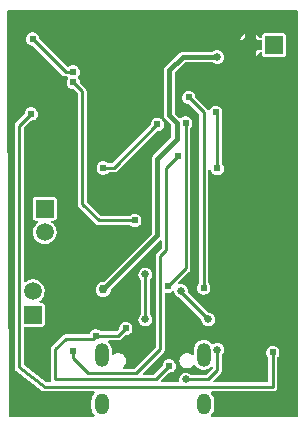
<source format=gbl>
G04 Layer: BottomLayer*
G04 EasyEDA v6.5.44, 2024-08-04 19:31:39*
G04 8096e950b96f4993ae864095ad5b81d7,d882a8cb847549dbb05e31b2b695811d,10*
G04 Gerber Generator version 0.2*
G04 Scale: 100 percent, Rotated: No, Reflected: No *
G04 Dimensions in inches *
G04 leading zeros omitted , absolute positions ,3 integer and 6 decimal *
%FSLAX36Y36*%
%MOIN*%

%ADD10C,0.0100*%
%ADD11C,0.0150*%
%ADD12C,0.0300*%
%ADD13R,0.0591X0.0591*%
%ADD14C,0.0591*%
%ADD15O,0.047244X0.070866*%
%ADD16O,0.047244X0.07873999999999999*%
%ADD17C,0.0244*%
%ADD18C,0.0250*%
%ADD19C,0.0126*%

%LPD*%
G36*
X319140Y2075200D02*
G01*
X317620Y2075500D01*
X316320Y2076360D01*
X315440Y2077660D01*
X315140Y2079180D01*
X310200Y3250020D01*
X310200Y3425800D01*
X310500Y3427340D01*
X311380Y3428620D01*
X312660Y3429500D01*
X314200Y3429800D01*
X1275800Y3429800D01*
X1277340Y3429500D01*
X1278620Y3428620D01*
X1279500Y3427340D01*
X1279800Y3425800D01*
X1279800Y2079199D01*
X1279500Y2077660D01*
X1278620Y2076380D01*
X1277340Y2075500D01*
X1275800Y2075200D01*
X992039Y2075200D01*
X990520Y2075500D01*
X989220Y2076380D01*
X988360Y2077660D01*
X988040Y2079199D01*
X988360Y2080740D01*
X989220Y2082020D01*
X990819Y2083640D01*
X993720Y2087500D01*
X996040Y2091740D01*
X997720Y2096260D01*
X998740Y2100960D01*
X999100Y2105920D01*
X999100Y2129260D01*
X998740Y2134220D01*
X997720Y2138920D01*
X996040Y2143440D01*
X993720Y2147680D01*
X990819Y2151540D01*
X989400Y2152980D01*
X988540Y2154260D01*
X988220Y2155800D01*
X988540Y2157340D01*
X989400Y2158620D01*
X990699Y2159500D01*
X992220Y2159800D01*
X1194800Y2159800D01*
X1197960Y2160120D01*
X1200800Y2160980D01*
X1203440Y2162380D01*
X1205740Y2164260D01*
X1207620Y2166560D01*
X1209020Y2169200D01*
X1209880Y2172040D01*
X1210200Y2175200D01*
X1210200Y2272000D01*
X1210480Y2273500D01*
X1211320Y2274780D01*
X1212420Y2275940D01*
X1214540Y2279080D01*
X1216120Y2282540D01*
X1217060Y2286220D01*
X1217400Y2290000D01*
X1217060Y2293780D01*
X1216120Y2297460D01*
X1214540Y2300920D01*
X1212420Y2304060D01*
X1209800Y2306800D01*
X1206740Y2309060D01*
X1203340Y2310780D01*
X1199720Y2311880D01*
X1195960Y2312380D01*
X1192160Y2312200D01*
X1188440Y2311400D01*
X1184920Y2310000D01*
X1181680Y2308000D01*
X1178840Y2305500D01*
X1176440Y2302540D01*
X1174600Y2299220D01*
X1173340Y2295640D01*
X1172700Y2291900D01*
X1172700Y2288100D01*
X1173340Y2284360D01*
X1174600Y2280780D01*
X1176440Y2277460D01*
X1178920Y2274420D01*
X1179580Y2273240D01*
X1179800Y2271900D01*
X1179800Y2194200D01*
X1179500Y2192660D01*
X1178620Y2191380D01*
X1177340Y2190500D01*
X1175800Y2190200D01*
X1001360Y2190200D01*
X999820Y2190500D01*
X998520Y2191380D01*
X997660Y2192660D01*
X997360Y2194200D01*
X997660Y2195740D01*
X998520Y2197020D01*
X1020600Y2219120D01*
X1022620Y2221560D01*
X1024020Y2224200D01*
X1024880Y2227040D01*
X1025200Y2230200D01*
X1025200Y2280860D01*
X1025480Y2282360D01*
X1026320Y2283640D01*
X1027660Y2285040D01*
X1029800Y2288220D01*
X1031380Y2291720D01*
X1032360Y2295440D01*
X1032680Y2299280D01*
X1032360Y2303120D01*
X1031380Y2306840D01*
X1029800Y2310340D01*
X1027660Y2313540D01*
X1024980Y2316320D01*
X1021900Y2318600D01*
X1018460Y2320340D01*
X1014780Y2321460D01*
X1010960Y2321940D01*
X1007120Y2321780D01*
X1003360Y2320980D01*
X999780Y2319540D01*
X997020Y2317840D01*
X995639Y2317300D01*
X994180Y2317320D01*
X992800Y2317860D01*
X991720Y2318840D01*
X990819Y2320040D01*
X987420Y2323460D01*
X983560Y2326340D01*
X979320Y2328660D01*
X974800Y2330340D01*
X970080Y2331360D01*
X965280Y2331720D01*
X960460Y2331360D01*
X955740Y2330340D01*
X951220Y2328660D01*
X947000Y2326340D01*
X943139Y2323460D01*
X939720Y2320040D01*
X936820Y2316180D01*
X934520Y2311940D01*
X932840Y2307420D01*
X931800Y2302720D01*
X931460Y2297760D01*
X931460Y2284820D01*
X931060Y2283080D01*
X929960Y2281700D01*
X928360Y2280920D01*
X926600Y2280900D01*
X925000Y2281660D01*
X922820Y2283360D01*
X919200Y2285320D01*
X915300Y2286660D01*
X911240Y2287340D01*
X907099Y2287340D01*
X903040Y2286660D01*
X899140Y2285320D01*
X895520Y2283360D01*
X892280Y2280820D01*
X889479Y2277800D01*
X887220Y2274340D01*
X885580Y2270560D01*
X884560Y2266580D01*
X884220Y2262460D01*
X884560Y2258360D01*
X885580Y2254360D01*
X887220Y2250600D01*
X889479Y2247140D01*
X892280Y2244120D01*
X895520Y2241580D01*
X899140Y2239620D01*
X903040Y2238280D01*
X907099Y2237600D01*
X911240Y2237600D01*
X915300Y2238280D01*
X919200Y2239620D01*
X922820Y2241580D01*
X926060Y2244120D01*
X928860Y2247140D01*
X929840Y2248640D01*
X931000Y2249800D01*
X932520Y2250400D01*
X934160Y2250340D01*
X935639Y2249620D01*
X939720Y2244260D01*
X943139Y2240860D01*
X947000Y2237960D01*
X951220Y2235640D01*
X955740Y2233960D01*
X960460Y2232940D01*
X965280Y2232600D01*
X970080Y2232940D01*
X974800Y2233960D01*
X979320Y2235640D01*
X983560Y2237960D01*
X987420Y2240860D01*
X987980Y2241400D01*
X989260Y2242280D01*
X990800Y2242580D01*
X992340Y2242280D01*
X993620Y2241400D01*
X994500Y2240120D01*
X994800Y2237960D01*
X994500Y2236420D01*
X993620Y2235120D01*
X974880Y2216380D01*
X973580Y2215500D01*
X972039Y2215200D01*
X923439Y2215200D01*
X921880Y2215520D01*
X920560Y2216440D01*
X919980Y2217020D01*
X916900Y2219320D01*
X913460Y2221040D01*
X909780Y2222180D01*
X905960Y2222660D01*
X902120Y2222500D01*
X898360Y2221700D01*
X894780Y2220260D01*
X891520Y2218240D01*
X888620Y2215700D01*
X886200Y2212700D01*
X884320Y2209340D01*
X883040Y2205720D01*
X882400Y2201920D01*
X882400Y2198080D01*
X882940Y2194880D01*
X882860Y2193160D01*
X882060Y2191620D01*
X880680Y2190580D01*
X879000Y2190200D01*
X826360Y2190200D01*
X824820Y2190500D01*
X823520Y2191380D01*
X822660Y2192660D01*
X822360Y2194200D01*
X822660Y2195740D01*
X823520Y2197020D01*
X847960Y2221460D01*
X849340Y2222360D01*
X854720Y2223120D01*
X858340Y2224220D01*
X861740Y2225940D01*
X864800Y2228200D01*
X867420Y2230940D01*
X869539Y2234080D01*
X871120Y2237540D01*
X872060Y2241220D01*
X872400Y2245000D01*
X872060Y2248780D01*
X871120Y2252460D01*
X869539Y2255920D01*
X867420Y2259060D01*
X864800Y2261800D01*
X861740Y2264060D01*
X858340Y2265780D01*
X854720Y2266880D01*
X850960Y2267380D01*
X847159Y2267200D01*
X843439Y2266400D01*
X839920Y2265000D01*
X836680Y2263000D01*
X833840Y2260500D01*
X831440Y2257540D01*
X829599Y2254220D01*
X828340Y2250640D01*
X827700Y2246900D01*
X827700Y2245840D01*
X827380Y2244320D01*
X826520Y2243020D01*
X799880Y2216380D01*
X798580Y2215500D01*
X797039Y2215200D01*
X766360Y2215200D01*
X764820Y2215500D01*
X763520Y2216380D01*
X762660Y2217660D01*
X762360Y2219200D01*
X762660Y2220740D01*
X763520Y2222020D01*
X830600Y2289120D01*
X832620Y2291560D01*
X834020Y2294200D01*
X834880Y2297040D01*
X835200Y2300200D01*
X835200Y2484340D01*
X835600Y2486060D01*
X836680Y2487440D01*
X838280Y2488220D01*
X840040Y2488240D01*
X842159Y2487800D01*
X845960Y2487620D01*
X849720Y2488120D01*
X853340Y2489220D01*
X856740Y2490940D01*
X859800Y2493200D01*
X860740Y2494180D01*
X862200Y2495140D01*
X863920Y2495400D01*
X865600Y2494880D01*
X866900Y2493700D01*
X867560Y2492080D01*
X868040Y2489280D01*
X869320Y2485660D01*
X871200Y2482300D01*
X873620Y2479300D01*
X876520Y2476760D01*
X879780Y2474740D01*
X883360Y2473300D01*
X885620Y2472660D01*
X886540Y2471980D01*
X956220Y2402280D01*
X957099Y2400980D01*
X957400Y2399460D01*
X957400Y2398080D01*
X958040Y2394280D01*
X959320Y2390660D01*
X961200Y2387300D01*
X963620Y2384300D01*
X966520Y2381760D01*
X969780Y2379740D01*
X973360Y2378300D01*
X977120Y2377500D01*
X980960Y2377340D01*
X984780Y2377820D01*
X988460Y2378960D01*
X991900Y2380680D01*
X994980Y2382980D01*
X997660Y2385740D01*
X999800Y2388940D01*
X1001380Y2392440D01*
X1002360Y2396160D01*
X1002680Y2400000D01*
X1002360Y2403840D01*
X1001380Y2407560D01*
X999800Y2411060D01*
X997660Y2414260D01*
X994980Y2417020D01*
X991900Y2419320D01*
X988460Y2421040D01*
X984780Y2422180D01*
X980680Y2422660D01*
X979060Y2422920D01*
X977680Y2423820D01*
X913520Y2487980D01*
X912580Y2489440D01*
X912360Y2491140D01*
X912680Y2495000D01*
X912360Y2498840D01*
X911380Y2502560D01*
X909800Y2506060D01*
X907660Y2509260D01*
X904980Y2512020D01*
X901900Y2514320D01*
X898460Y2516040D01*
X894780Y2517180D01*
X890960Y2517660D01*
X887120Y2517500D01*
X883660Y2516760D01*
X881960Y2516760D01*
X880420Y2517460D01*
X879300Y2518760D01*
X878840Y2520380D01*
X879080Y2522060D01*
X880000Y2523500D01*
X915600Y2559120D01*
X917620Y2561560D01*
X919020Y2564200D01*
X919880Y2567040D01*
X920200Y2570200D01*
X920200Y3037000D01*
X920480Y3038500D01*
X921320Y3039780D01*
X922420Y3040940D01*
X924539Y3044080D01*
X926120Y3047540D01*
X927060Y3051220D01*
X927400Y3055000D01*
X927060Y3058780D01*
X926120Y3062460D01*
X924539Y3065920D01*
X922420Y3069060D01*
X919800Y3071800D01*
X916740Y3074060D01*
X913340Y3075779D01*
X909720Y3076880D01*
X905960Y3077380D01*
X902159Y3077200D01*
X898439Y3076400D01*
X894920Y3075000D01*
X891680Y3073000D01*
X889360Y3070960D01*
X888080Y3070200D01*
X886600Y3069960D01*
X885140Y3070299D01*
X883900Y3071139D01*
X868880Y3086160D01*
X868000Y3087460D01*
X867700Y3088980D01*
X867700Y3221019D01*
X868000Y3222540D01*
X868880Y3223840D01*
X901160Y3256120D01*
X902460Y3257000D01*
X903980Y3257300D01*
X994500Y3257300D01*
X995600Y3257140D01*
X996600Y3256700D01*
X999780Y3254740D01*
X1003360Y3253300D01*
X1007120Y3252500D01*
X1010960Y3252340D01*
X1014780Y3252820D01*
X1018460Y3253960D01*
X1021900Y3255680D01*
X1024980Y3257980D01*
X1027660Y3260740D01*
X1029800Y3263940D01*
X1031380Y3267440D01*
X1032360Y3271160D01*
X1032680Y3275000D01*
X1032360Y3278840D01*
X1031380Y3282559D01*
X1029800Y3286060D01*
X1027660Y3289260D01*
X1024980Y3292020D01*
X1021900Y3294320D01*
X1018460Y3296040D01*
X1014780Y3297180D01*
X1010960Y3297660D01*
X1007120Y3297500D01*
X1003360Y3296700D01*
X999780Y3295260D01*
X996600Y3293300D01*
X995600Y3292860D01*
X994500Y3292700D01*
X894320Y3292679D01*
X890960Y3292220D01*
X887860Y3291180D01*
X885000Y3289580D01*
X882360Y3287380D01*
X837020Y3242020D01*
X834960Y3239300D01*
X833520Y3236380D01*
X832620Y3233240D01*
X832300Y3229820D01*
X832320Y3079280D01*
X832780Y3075960D01*
X833820Y3072860D01*
X835420Y3070000D01*
X837620Y3067360D01*
X856120Y3048840D01*
X857000Y3047540D01*
X857300Y3046019D01*
X857300Y3008980D01*
X857000Y3007460D01*
X856120Y3006160D01*
X797020Y2947020D01*
X794960Y2944300D01*
X793520Y2941380D01*
X792620Y2938240D01*
X792300Y2934820D01*
X792300Y2688980D01*
X792000Y2687460D01*
X791120Y2686160D01*
X631240Y2526280D01*
X629940Y2525400D01*
X623820Y2524420D01*
X619880Y2523060D01*
X616220Y2521080D01*
X612940Y2518540D01*
X610120Y2515460D01*
X607840Y2511980D01*
X606180Y2508180D01*
X605160Y2504140D01*
X604820Y2500000D01*
X605160Y2495860D01*
X606180Y2491820D01*
X607840Y2488020D01*
X610120Y2484540D01*
X612940Y2481460D01*
X616220Y2478920D01*
X619880Y2476940D01*
X623820Y2475580D01*
X627920Y2474900D01*
X632080Y2474900D01*
X636180Y2475580D01*
X640120Y2476940D01*
X643780Y2478920D01*
X647060Y2481460D01*
X649880Y2484540D01*
X652159Y2488020D01*
X653820Y2491820D01*
X654840Y2495860D01*
X655080Y2498700D01*
X655440Y2500060D01*
X656240Y2501200D01*
X817980Y2662940D01*
X819260Y2663800D01*
X820800Y2664120D01*
X822340Y2663800D01*
X823620Y2662940D01*
X824500Y2661640D01*
X824800Y2660120D01*
X824800Y2637960D01*
X824500Y2636420D01*
X823620Y2635120D01*
X809400Y2620880D01*
X807380Y2618440D01*
X805980Y2615800D01*
X805120Y2612960D01*
X804800Y2609800D01*
X804800Y2307960D01*
X804500Y2306420D01*
X803620Y2305120D01*
X734880Y2236380D01*
X733580Y2235500D01*
X732039Y2235200D01*
X697940Y2235200D01*
X696320Y2235540D01*
X694980Y2236500D01*
X694140Y2237900D01*
X693940Y2239540D01*
X694419Y2241100D01*
X695480Y2242360D01*
X697720Y2244120D01*
X700520Y2247140D01*
X702780Y2250600D01*
X704419Y2254360D01*
X705440Y2258360D01*
X705780Y2262460D01*
X705440Y2266580D01*
X704419Y2270560D01*
X702780Y2274340D01*
X700520Y2277800D01*
X697720Y2280820D01*
X694479Y2283360D01*
X690860Y2285320D01*
X686960Y2286660D01*
X682900Y2287340D01*
X678760Y2287340D01*
X674700Y2286660D01*
X670800Y2285320D01*
X667180Y2283360D01*
X665000Y2281660D01*
X663400Y2280900D01*
X661640Y2280920D01*
X660040Y2281700D01*
X658940Y2283080D01*
X658540Y2284820D01*
X658540Y2297760D01*
X658199Y2302720D01*
X657159Y2307420D01*
X655480Y2311940D01*
X653180Y2316180D01*
X650280Y2320040D01*
X647360Y2322980D01*
X646480Y2324260D01*
X646180Y2325800D01*
X646480Y2327340D01*
X647360Y2328620D01*
X648640Y2329500D01*
X650180Y2329800D01*
X679800Y2329800D01*
X682960Y2330120D01*
X685800Y2330980D01*
X688439Y2332380D01*
X690879Y2334400D01*
X702960Y2346460D01*
X704340Y2347360D01*
X709720Y2348120D01*
X713340Y2349220D01*
X716740Y2350940D01*
X719800Y2353200D01*
X722420Y2355940D01*
X724539Y2359080D01*
X726120Y2362540D01*
X727060Y2366220D01*
X727400Y2370000D01*
X727060Y2373780D01*
X726120Y2377460D01*
X724539Y2380920D01*
X722420Y2384060D01*
X719800Y2386800D01*
X716740Y2389060D01*
X713340Y2390780D01*
X709720Y2391880D01*
X705960Y2392380D01*
X702159Y2392200D01*
X698439Y2391400D01*
X694920Y2390000D01*
X691680Y2388000D01*
X688840Y2385500D01*
X686440Y2382540D01*
X684599Y2379220D01*
X683340Y2375640D01*
X682700Y2371900D01*
X682700Y2370840D01*
X682380Y2369320D01*
X681520Y2368020D01*
X674880Y2361380D01*
X673580Y2360500D01*
X672039Y2360200D01*
X623040Y2360200D01*
X621480Y2360520D01*
X616740Y2364060D01*
X613340Y2365780D01*
X609720Y2366880D01*
X605960Y2367380D01*
X602160Y2367200D01*
X598440Y2366400D01*
X594920Y2365000D01*
X591680Y2363000D01*
X588840Y2360500D01*
X586440Y2357540D01*
X584600Y2354220D01*
X584120Y2352860D01*
X583280Y2351480D01*
X581940Y2350540D01*
X580340Y2350200D01*
X505200Y2350200D01*
X502040Y2349880D01*
X499200Y2349020D01*
X496560Y2347620D01*
X494120Y2345600D01*
X459400Y2310880D01*
X457380Y2308440D01*
X455980Y2305800D01*
X455120Y2302960D01*
X454799Y2299800D01*
X454799Y2200200D01*
X455120Y2197040D01*
X455620Y2195360D01*
X455780Y2193880D01*
X455400Y2192460D01*
X454500Y2191260D01*
X453260Y2190480D01*
X451800Y2190200D01*
X441500Y2190200D01*
X440220Y2190420D01*
X439080Y2191020D01*
X366780Y2246320D01*
X365920Y2247200D01*
X365379Y2248280D01*
X365200Y2249480D01*
X365200Y2371900D01*
X365500Y2373440D01*
X366380Y2374740D01*
X367660Y2375600D01*
X369200Y2375900D01*
X424300Y2375900D01*
X426800Y2376180D01*
X428940Y2376940D01*
X430880Y2378140D01*
X432480Y2379760D01*
X433700Y2381680D01*
X434440Y2383840D01*
X434720Y2386320D01*
X434720Y2444940D01*
X434440Y2447420D01*
X433700Y2449580D01*
X432480Y2451500D01*
X430880Y2453120D01*
X428940Y2454320D01*
X426800Y2455080D01*
X424300Y2455360D01*
X421060Y2455360D01*
X419460Y2455700D01*
X418120Y2456640D01*
X417280Y2458040D01*
X417080Y2459660D01*
X417540Y2461240D01*
X418579Y2462500D01*
X421640Y2464920D01*
X425340Y2468720D01*
X428480Y2473000D01*
X431019Y2477660D01*
X432939Y2482600D01*
X434159Y2487760D01*
X434700Y2493040D01*
X434520Y2498340D01*
X433640Y2503580D01*
X432060Y2508640D01*
X429840Y2513460D01*
X426980Y2517940D01*
X423560Y2521980D01*
X419620Y2525540D01*
X415240Y2528540D01*
X410500Y2530940D01*
X405500Y2532680D01*
X400300Y2533740D01*
X395000Y2534080D01*
X389700Y2533740D01*
X384500Y2532680D01*
X379500Y2530940D01*
X374760Y2528540D01*
X371460Y2526280D01*
X369860Y2525640D01*
X368140Y2525720D01*
X366620Y2526520D01*
X365580Y2527900D01*
X365200Y2529580D01*
X365200Y3037040D01*
X365500Y3038580D01*
X366380Y3039880D01*
X387960Y3061460D01*
X389340Y3062360D01*
X394720Y3063120D01*
X398340Y3064220D01*
X401740Y3065940D01*
X404799Y3068200D01*
X407420Y3070940D01*
X409540Y3074080D01*
X411120Y3077540D01*
X412060Y3081220D01*
X412400Y3085000D01*
X412060Y3088780D01*
X411120Y3092460D01*
X409540Y3095920D01*
X407420Y3099060D01*
X404799Y3101800D01*
X401740Y3104060D01*
X398340Y3105779D01*
X394720Y3106880D01*
X390959Y3107380D01*
X387160Y3107200D01*
X383440Y3106400D01*
X379920Y3105000D01*
X376680Y3103000D01*
X373840Y3100500D01*
X371440Y3097540D01*
X369600Y3094220D01*
X368340Y3090640D01*
X367700Y3086900D01*
X367700Y3085840D01*
X367380Y3084320D01*
X366520Y3083020D01*
X339400Y3055880D01*
X337380Y3053440D01*
X335980Y3050800D01*
X335120Y3047960D01*
X334799Y3044800D01*
X334799Y2240140D01*
X335080Y2237100D01*
X335940Y2234240D01*
X337320Y2231620D01*
X339200Y2229300D01*
X340880Y2227840D01*
X426500Y2162400D01*
X429120Y2160980D01*
X431960Y2160100D01*
X434099Y2159840D01*
X597780Y2159800D01*
X599300Y2159500D01*
X600600Y2158620D01*
X601460Y2157340D01*
X601780Y2155800D01*
X601460Y2154260D01*
X600600Y2152980D01*
X599180Y2151540D01*
X596280Y2147680D01*
X593960Y2143440D01*
X592280Y2138920D01*
X591260Y2134220D01*
X590900Y2129260D01*
X590900Y2105920D01*
X591260Y2100960D01*
X592280Y2096260D01*
X593960Y2091740D01*
X596280Y2087500D01*
X599180Y2083640D01*
X600780Y2082020D01*
X601640Y2080740D01*
X601960Y2079199D01*
X601640Y2077660D01*
X600780Y2076380D01*
X599480Y2075500D01*
X597960Y2075200D01*
G37*

%LPC*%
G36*
X770960Y2377340D02*
G01*
X774780Y2377820D01*
X778460Y2378960D01*
X781900Y2380680D01*
X784980Y2382980D01*
X787660Y2385740D01*
X789800Y2388940D01*
X791380Y2392440D01*
X792360Y2396160D01*
X792680Y2400000D01*
X792360Y2403840D01*
X791380Y2407560D01*
X789800Y2411060D01*
X787660Y2414260D01*
X786320Y2415640D01*
X785480Y2416920D01*
X785200Y2418420D01*
X785200Y2531580D01*
X785480Y2533080D01*
X786320Y2534360D01*
X787660Y2535740D01*
X789800Y2538940D01*
X791380Y2542440D01*
X792360Y2546160D01*
X792680Y2550000D01*
X792360Y2553840D01*
X791380Y2557560D01*
X789800Y2561060D01*
X787660Y2564260D01*
X784980Y2567020D01*
X781900Y2569320D01*
X778460Y2571040D01*
X774780Y2572180D01*
X770960Y2572660D01*
X767120Y2572500D01*
X763360Y2571700D01*
X759780Y2570260D01*
X756520Y2568240D01*
X753620Y2565700D01*
X751200Y2562700D01*
X749320Y2559340D01*
X748040Y2555720D01*
X747400Y2551920D01*
X747400Y2548080D01*
X748040Y2544280D01*
X749320Y2540660D01*
X751200Y2537300D01*
X753900Y2533980D01*
X754560Y2532800D01*
X754800Y2531460D01*
X754800Y2418540D01*
X754560Y2417200D01*
X753900Y2416020D01*
X751200Y2412700D01*
X749320Y2409340D01*
X748040Y2405720D01*
X747400Y2401920D01*
X747400Y2398080D01*
X748040Y2394280D01*
X749320Y2390660D01*
X751200Y2387300D01*
X753620Y2384300D01*
X756520Y2381760D01*
X759780Y2379740D01*
X763360Y2378300D01*
X767120Y2377500D01*
G37*
G36*
X965960Y2482620D02*
G01*
X969720Y2483120D01*
X973340Y2484220D01*
X976740Y2485940D01*
X979800Y2488200D01*
X982420Y2490940D01*
X984539Y2494080D01*
X986120Y2497540D01*
X987060Y2501220D01*
X987400Y2505000D01*
X987060Y2508780D01*
X986120Y2512460D01*
X984539Y2515920D01*
X982420Y2519060D01*
X981320Y2520220D01*
X980480Y2521500D01*
X980200Y2523000D01*
X980200Y2897919D01*
X980560Y2899560D01*
X981560Y2900920D01*
X983020Y2901740D01*
X984700Y2901880D01*
X986300Y2901320D01*
X987520Y2900160D01*
X988139Y2898600D01*
X988340Y2897480D01*
X989599Y2893900D01*
X991440Y2890580D01*
X993840Y2887640D01*
X996680Y2885120D01*
X999920Y2883140D01*
X1003439Y2881720D01*
X1007159Y2880920D01*
X1010960Y2880760D01*
X1014720Y2881240D01*
X1018340Y2882360D01*
X1021740Y2884060D01*
X1024800Y2886320D01*
X1027420Y2889060D01*
X1029539Y2892200D01*
X1031120Y2895659D01*
X1032060Y2899340D01*
X1032400Y2903120D01*
X1032060Y2906920D01*
X1031120Y2910580D01*
X1029539Y2914040D01*
X1027420Y2917200D01*
X1026320Y2918360D01*
X1025480Y2919620D01*
X1025200Y2921120D01*
X1025200Y3079660D01*
X1025560Y3081300D01*
X1026120Y3082540D01*
X1027060Y3086220D01*
X1027400Y3090000D01*
X1027060Y3093780D01*
X1026120Y3097460D01*
X1024539Y3100920D01*
X1022420Y3104060D01*
X1019800Y3106800D01*
X1016740Y3109060D01*
X1013340Y3110779D01*
X1009720Y3111880D01*
X1005960Y3112380D01*
X1002159Y3112200D01*
X998439Y3111400D01*
X994920Y3110000D01*
X991680Y3108000D01*
X988840Y3105500D01*
X986460Y3102540D01*
X984400Y3098820D01*
X983400Y3097640D01*
X982020Y3096920D01*
X980480Y3096780D01*
X979000Y3097220D01*
X977800Y3098220D01*
X975600Y3100880D01*
X938500Y3137980D01*
X937700Y3139140D01*
X937340Y3140480D01*
X937060Y3143780D01*
X936120Y3147460D01*
X934539Y3150920D01*
X932420Y3154060D01*
X929800Y3156800D01*
X926740Y3159060D01*
X923340Y3160779D01*
X919720Y3161880D01*
X915960Y3162380D01*
X912159Y3162200D01*
X908439Y3161400D01*
X904920Y3160000D01*
X901680Y3158000D01*
X898840Y3155500D01*
X896440Y3152540D01*
X894599Y3149220D01*
X893340Y3145640D01*
X892700Y3141900D01*
X892700Y3138100D01*
X893340Y3134360D01*
X894599Y3130779D01*
X896440Y3127460D01*
X898840Y3124500D01*
X901680Y3122000D01*
X904920Y3120000D01*
X908439Y3118600D01*
X912159Y3117799D01*
X914320Y3117700D01*
X915759Y3117360D01*
X916979Y3116540D01*
X948620Y3084880D01*
X949500Y3083580D01*
X949800Y3082040D01*
X949800Y2523100D01*
X949580Y2521760D01*
X948920Y2520580D01*
X946440Y2517540D01*
X944599Y2514220D01*
X943340Y2510640D01*
X942700Y2506900D01*
X942700Y2503100D01*
X943340Y2499360D01*
X944599Y2495780D01*
X946440Y2492460D01*
X948840Y2489500D01*
X951680Y2487000D01*
X954920Y2485000D01*
X958439Y2483600D01*
X962159Y2482800D01*
G37*
G36*
X435000Y2650920D02*
G01*
X440300Y2651259D01*
X445500Y2652320D01*
X450500Y2654060D01*
X455240Y2656460D01*
X459620Y2659460D01*
X463560Y2663020D01*
X466980Y2667060D01*
X469840Y2671540D01*
X472060Y2676360D01*
X473640Y2681420D01*
X474520Y2686660D01*
X474700Y2691960D01*
X474159Y2697240D01*
X472939Y2702400D01*
X471019Y2707340D01*
X468480Y2712000D01*
X465340Y2716280D01*
X461640Y2720080D01*
X458579Y2722500D01*
X457540Y2723759D01*
X457080Y2725340D01*
X457280Y2726960D01*
X458120Y2728360D01*
X459460Y2729300D01*
X461060Y2729640D01*
X464300Y2729640D01*
X466800Y2729920D01*
X468940Y2730680D01*
X470880Y2731880D01*
X472480Y2733500D01*
X473700Y2735419D01*
X474440Y2737580D01*
X474720Y2740059D01*
X474720Y2798680D01*
X474440Y2801160D01*
X473700Y2803320D01*
X472480Y2805240D01*
X470880Y2806860D01*
X468940Y2808060D01*
X466800Y2808820D01*
X464300Y2809100D01*
X405700Y2809100D01*
X403200Y2808820D01*
X401060Y2808060D01*
X399120Y2806860D01*
X397520Y2805240D01*
X396300Y2803320D01*
X395560Y2801160D01*
X395280Y2798680D01*
X395280Y2740059D01*
X395560Y2737580D01*
X396300Y2735419D01*
X397520Y2733500D01*
X399120Y2731880D01*
X401060Y2730680D01*
X403200Y2729920D01*
X405700Y2729640D01*
X408940Y2729640D01*
X410540Y2729300D01*
X411880Y2728360D01*
X412720Y2726960D01*
X412920Y2725340D01*
X412460Y2723759D01*
X411420Y2722500D01*
X408360Y2720080D01*
X404660Y2716280D01*
X401520Y2712000D01*
X398980Y2707340D01*
X397060Y2702400D01*
X395840Y2697240D01*
X395300Y2691960D01*
X395480Y2686660D01*
X396360Y2681420D01*
X397939Y2676360D01*
X400160Y2671540D01*
X403020Y2667060D01*
X406440Y2663020D01*
X410379Y2659460D01*
X414760Y2656460D01*
X419500Y2654060D01*
X424500Y2652320D01*
X429700Y2651259D01*
G37*
G36*
X735960Y2707620D02*
G01*
X739720Y2708120D01*
X743340Y2709220D01*
X746740Y2710940D01*
X749800Y2713200D01*
X752420Y2715940D01*
X754539Y2719080D01*
X756120Y2722540D01*
X757060Y2726220D01*
X757400Y2730000D01*
X757060Y2733780D01*
X756120Y2737460D01*
X754539Y2740920D01*
X752420Y2744060D01*
X749800Y2746800D01*
X746740Y2749060D01*
X743340Y2750779D01*
X739720Y2751880D01*
X735960Y2752380D01*
X732159Y2752200D01*
X728439Y2751400D01*
X724920Y2750000D01*
X721680Y2748000D01*
X719640Y2746200D01*
X718400Y2745460D01*
X717000Y2745200D01*
X622960Y2745200D01*
X621420Y2745500D01*
X620120Y2746380D01*
X576380Y2790120D01*
X575500Y2791420D01*
X575200Y2792960D01*
X575200Y3159800D01*
X574880Y3162960D01*
X574020Y3165800D01*
X572620Y3168440D01*
X570600Y3170880D01*
X553500Y3187980D01*
X552700Y3189140D01*
X552340Y3190480D01*
X552060Y3193780D01*
X551120Y3197460D01*
X549540Y3200920D01*
X547420Y3204060D01*
X546780Y3204740D01*
X545960Y3206000D01*
X545680Y3207500D01*
X545960Y3209000D01*
X546780Y3210260D01*
X547420Y3210940D01*
X549540Y3214080D01*
X551120Y3217540D01*
X552060Y3221220D01*
X552400Y3225000D01*
X552060Y3228780D01*
X551120Y3232460D01*
X549540Y3235920D01*
X547420Y3239060D01*
X544800Y3241800D01*
X541740Y3244060D01*
X538340Y3245779D01*
X534720Y3246880D01*
X530960Y3247380D01*
X527160Y3247200D01*
X523440Y3246400D01*
X519920Y3245000D01*
X516680Y3243000D01*
X515140Y3241640D01*
X513860Y3240880D01*
X512380Y3240659D01*
X510920Y3240980D01*
X509680Y3241820D01*
X418500Y3332980D01*
X417700Y3334140D01*
X417340Y3335480D01*
X417060Y3338780D01*
X416120Y3342460D01*
X414540Y3345920D01*
X412420Y3349060D01*
X409799Y3351800D01*
X406740Y3354060D01*
X403340Y3355779D01*
X399720Y3356880D01*
X395959Y3357380D01*
X392160Y3357200D01*
X388440Y3356400D01*
X384920Y3355000D01*
X381680Y3353000D01*
X378840Y3350500D01*
X376440Y3347540D01*
X374600Y3344220D01*
X373340Y3340640D01*
X372700Y3336900D01*
X372700Y3333100D01*
X373340Y3329360D01*
X374600Y3325779D01*
X376440Y3322460D01*
X378840Y3319500D01*
X381680Y3317000D01*
X384920Y3315000D01*
X388440Y3313600D01*
X392160Y3312799D01*
X394320Y3312700D01*
X395760Y3312360D01*
X396980Y3311540D01*
X494120Y3214400D01*
X496560Y3212380D01*
X499200Y3210980D01*
X502040Y3210120D01*
X505200Y3209800D01*
X508940Y3209800D01*
X510400Y3209520D01*
X511659Y3208720D01*
X512560Y3207520D01*
X512939Y3206080D01*
X512760Y3204600D01*
X512060Y3203279D01*
X511440Y3202540D01*
X509600Y3199220D01*
X508340Y3195640D01*
X507700Y3191900D01*
X507700Y3188100D01*
X508340Y3184360D01*
X509600Y3180779D01*
X511440Y3177460D01*
X513840Y3174500D01*
X516680Y3172000D01*
X519920Y3170000D01*
X523440Y3168600D01*
X527160Y3167799D01*
X529320Y3167700D01*
X530760Y3167360D01*
X531980Y3166540D01*
X543620Y3154880D01*
X544500Y3153580D01*
X544800Y3152040D01*
X544800Y2785200D01*
X545120Y2782040D01*
X545980Y2779200D01*
X547380Y2776560D01*
X549400Y2774120D01*
X604120Y2719400D01*
X606560Y2717380D01*
X609200Y2715980D01*
X612040Y2715120D01*
X615200Y2714800D01*
X717000Y2714800D01*
X718400Y2714540D01*
X719640Y2713800D01*
X721680Y2712000D01*
X724920Y2710000D01*
X728439Y2708600D01*
X732159Y2707799D01*
G37*
G36*
X630960Y2882620D02*
G01*
X634720Y2883120D01*
X638340Y2884220D01*
X641740Y2885940D01*
X646480Y2889480D01*
X648040Y2889800D01*
X664800Y2889800D01*
X667960Y2890120D01*
X670800Y2890980D01*
X673439Y2892380D01*
X675879Y2894400D01*
X807960Y3026460D01*
X809340Y3027360D01*
X814720Y3028120D01*
X818340Y3029220D01*
X821740Y3030940D01*
X824800Y3033200D01*
X827420Y3035940D01*
X829539Y3039080D01*
X831120Y3042540D01*
X832060Y3046220D01*
X832400Y3050000D01*
X832060Y3053780D01*
X831120Y3057460D01*
X829539Y3060920D01*
X827420Y3064060D01*
X824800Y3066800D01*
X821740Y3069060D01*
X818340Y3070779D01*
X814720Y3071880D01*
X810960Y3072380D01*
X807159Y3072200D01*
X803439Y3071400D01*
X799920Y3070000D01*
X796680Y3068000D01*
X793840Y3065500D01*
X791440Y3062540D01*
X789599Y3059220D01*
X788340Y3055640D01*
X787700Y3051900D01*
X787700Y3050840D01*
X787380Y3049320D01*
X786520Y3048020D01*
X659880Y2921380D01*
X658580Y2920500D01*
X657039Y2920200D01*
X648040Y2920200D01*
X646480Y2920520D01*
X641740Y2924060D01*
X638340Y2925779D01*
X634720Y2926880D01*
X630960Y2927380D01*
X627160Y2927200D01*
X623440Y2926400D01*
X619920Y2925000D01*
X616680Y2923000D01*
X613840Y2920500D01*
X611440Y2917540D01*
X609600Y2914220D01*
X608340Y2910640D01*
X607700Y2906900D01*
X607700Y2903100D01*
X608340Y2899360D01*
X609600Y2895779D01*
X611440Y2892460D01*
X613840Y2889500D01*
X616680Y2887000D01*
X619920Y2885000D01*
X623440Y2883600D01*
X627160Y2882799D01*
G37*
G36*
X1170060Y3275280D02*
G01*
X1228680Y3275280D01*
X1231160Y3275560D01*
X1233320Y3276300D01*
X1235240Y3277520D01*
X1236860Y3279120D01*
X1238060Y3281060D01*
X1238820Y3283200D01*
X1239100Y3285700D01*
X1239100Y3344300D01*
X1238820Y3346800D01*
X1238060Y3348940D01*
X1236860Y3350880D01*
X1235240Y3352480D01*
X1233320Y3353700D01*
X1231160Y3354440D01*
X1228680Y3354720D01*
X1170060Y3354720D01*
X1167580Y3354440D01*
X1165420Y3353700D01*
X1163500Y3352480D01*
X1161880Y3350880D01*
X1160680Y3348940D01*
X1159920Y3346800D01*
X1159640Y3344300D01*
X1159640Y3341060D01*
X1159300Y3339460D01*
X1158360Y3338120D01*
X1156960Y3337280D01*
X1155340Y3337080D01*
X1153760Y3337540D01*
X1152500Y3338580D01*
X1150080Y3341640D01*
X1146280Y3345340D01*
X1142000Y3348480D01*
X1137900Y3350720D01*
X1137900Y3332260D01*
X1155640Y3332260D01*
X1157180Y3331960D01*
X1158480Y3331100D01*
X1159340Y3329800D01*
X1159640Y3328260D01*
X1159640Y3301740D01*
X1159340Y3300200D01*
X1158480Y3298900D01*
X1157180Y3298039D01*
X1155640Y3297740D01*
X1137900Y3297740D01*
X1137900Y3279280D01*
X1142000Y3281520D01*
X1146280Y3284660D01*
X1150080Y3288360D01*
X1152500Y3291420D01*
X1153760Y3292460D01*
X1155340Y3292919D01*
X1156960Y3292720D01*
X1158360Y3291880D01*
X1159300Y3290539D01*
X1159640Y3288940D01*
X1159640Y3285700D01*
X1159920Y3283200D01*
X1160680Y3281060D01*
X1161880Y3279120D01*
X1163500Y3277520D01*
X1165420Y3276300D01*
X1167580Y3275560D01*
G37*
G36*
X1103360Y3279320D02*
G01*
X1103360Y3297740D01*
X1084960Y3297740D01*
X1086460Y3294760D01*
X1089460Y3290380D01*
X1093020Y3286440D01*
X1097060Y3283020D01*
X1101540Y3280160D01*
G37*
G36*
X1084960Y3332260D02*
G01*
X1103360Y3332260D01*
X1103360Y3350680D01*
X1101540Y3349840D01*
X1097060Y3346980D01*
X1093020Y3343560D01*
X1089460Y3339620D01*
X1086460Y3335240D01*
G37*

%LPD*%
D10*
X390000Y3085000D02*
G01*
X350000Y3045000D01*
X350000Y2240000D01*
X435000Y2175000D01*
X1095000Y2175000D01*
X1195000Y2175000D01*
X1195000Y2290000D01*
X1195000Y2290000D01*
X1195000Y2290000D01*
D11*
X630000Y2500000D02*
G01*
X810000Y2680000D01*
X810000Y2935000D01*
X875000Y3000000D01*
X875000Y3055000D01*
X850000Y3080000D01*
X850000Y3085000D01*
X850000Y3230000D01*
X895000Y3275000D01*
X1010000Y3275000D01*
D12*
X1120630Y3315000D02*
G01*
X1005630Y3200000D01*
X1000000Y3200000D01*
D10*
X905000Y2200000D02*
G01*
X980000Y2200000D01*
X1010000Y2230000D01*
X1010000Y2299281D01*
X980000Y2400000D02*
G01*
X890000Y2490000D01*
X890000Y2495000D01*
X770000Y2400000D02*
G01*
X770000Y2550000D01*
X880000Y2945000D02*
G01*
X840000Y2905000D01*
X840000Y2630000D01*
X820000Y2610000D01*
X820000Y2300000D01*
X740000Y2220000D01*
X580000Y2220000D01*
X530000Y2270000D01*
X530000Y2295000D01*
X1005000Y3090000D02*
G01*
X1010000Y3085000D01*
X1010000Y2903128D01*
X810000Y3050000D02*
G01*
X665000Y2905000D01*
X630000Y2905000D01*
X915000Y3140000D02*
G01*
X965000Y3090000D01*
X965000Y2505000D01*
X905000Y3055000D02*
G01*
X905000Y2570000D01*
X845000Y2510000D01*
X530000Y3190000D02*
G01*
X560000Y3160000D01*
X560000Y2785000D01*
X615000Y2730000D01*
X735000Y2730000D01*
X395000Y3335000D02*
G01*
X505000Y3225000D01*
X530000Y3225000D01*
X705000Y2370000D02*
G01*
X680000Y2345000D01*
X605000Y2345000D01*
X605000Y2345000D02*
G01*
X605000Y2345000D01*
X595000Y2335000D01*
X505000Y2335000D01*
X470000Y2300000D01*
X470000Y2200000D01*
X805000Y2200000D01*
X850000Y2245000D01*
D13*
G01*
X395000Y2415630D03*
D14*
G01*
X395000Y2494369D03*
D13*
G01*
X435000Y2769369D03*
D14*
G01*
X435000Y2690630D03*
D13*
G01*
X1199369Y3315000D03*
D14*
G01*
X1120630Y3315000D03*
D15*
G01*
X965280Y2117597D03*
D16*
G01*
X965280Y2282157D03*
G01*
X624720Y2282157D03*
D15*
G01*
X624720Y2117597D03*
D17*
G01*
X705000Y2370000D03*
G01*
X850000Y2245000D03*
G01*
X605000Y2345000D03*
G01*
X390000Y3085000D03*
G01*
X1195000Y2290000D03*
G01*
X735000Y2730000D03*
G01*
X530000Y3190000D03*
G01*
X530000Y3225000D03*
G01*
X395000Y3335000D03*
G01*
X845000Y2510000D03*
G01*
X965000Y2505000D03*
G01*
X810000Y3050000D03*
G01*
X880000Y2945000D03*
G01*
X630000Y2905000D03*
G01*
X530000Y2295000D03*
G01*
X915000Y3140000D03*
G01*
X905000Y3055000D03*
G01*
X1005000Y3090000D03*
G01*
X1010000Y2903128D03*
D12*
G01*
X630000Y2500000D03*
D18*
G01*
X1010000Y3275000D03*
G01*
X770000Y2550000D03*
G01*
X770000Y2400000D03*
G01*
X980000Y2400000D03*
G01*
X890000Y2495000D03*
G01*
X1010000Y2299281D03*
G01*
X905000Y2200000D03*
G01*
X1000000Y3200000D03*
D12*
G01*
X1210000Y3010000D03*
D18*
G01*
X935000Y2935000D03*
G01*
X1095000Y2344659D03*
D12*
G01*
X1120000Y2730000D03*
G01*
X615000Y2625000D03*
D18*
G01*
X390000Y2315000D03*
G01*
X935000Y2755000D03*
G01*
X735000Y2685000D03*
M02*

</source>
